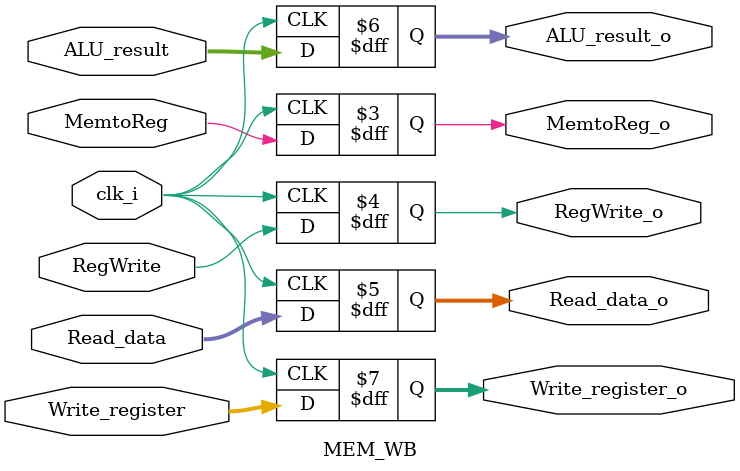
<source format=v>
module MEM_WB(
	input clk_i,
	// MEM (Memory Stage)
	input MemtoReg,
	input RegWrite,
	//
	input [31:0] Read_data,
	input [31:0] ALU_result,
	input [4:0] Write_register,
	// MEM (Memory Stage)
	output reg MemtoReg_o,
	output reg RegWrite_o,
	//
	output reg [31:0] Read_data_o, //MUX32_data
	output reg [31:0] ALU_result_o, //MUX32_addr
	output reg [4:0] Write_register_o
);
initial begin
#1
	MemtoReg_o <= 0;
	RegWrite_o <= 0;
	Read_data_o <= 0;
	ALU_result_o <= 0;
	Write_register_o <= 0;
end
always @(posedge clk_i) begin
	MemtoReg_o <= MemtoReg;
	RegWrite_o <= RegWrite;
	Read_data_o <= Read_data;
	ALU_result_o <= ALU_result;
	Write_register_o <= Write_register;
end
endmodule
</source>
